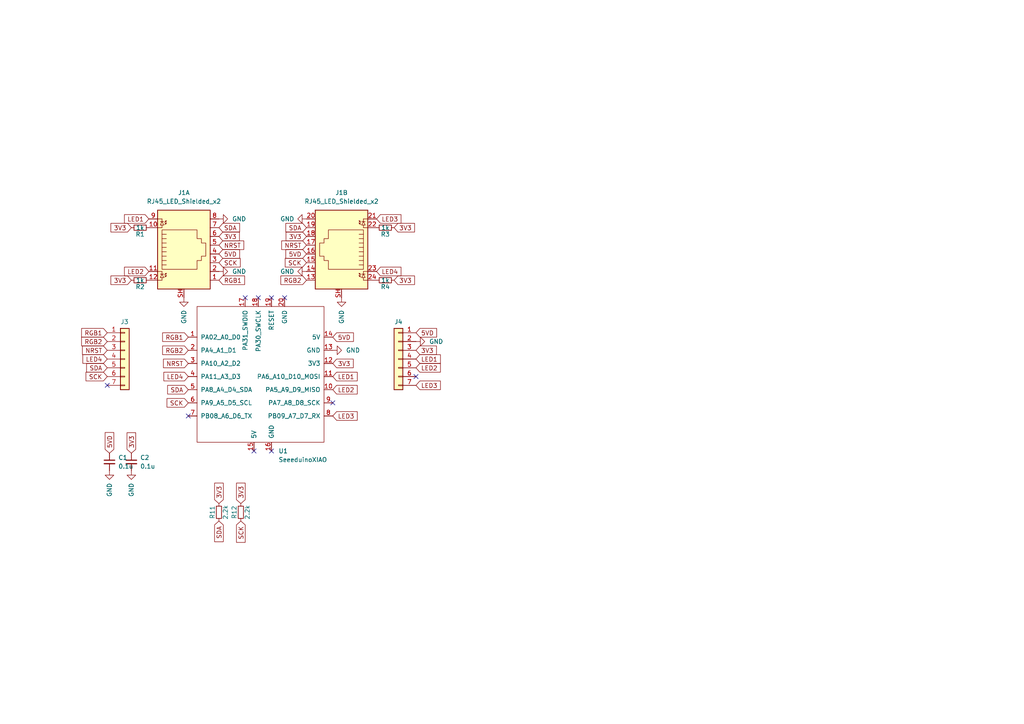
<source format=kicad_sch>
(kicad_sch (version 20211123) (generator eeschema)
  (paper "A4")
  (lib_symbols
    (symbol "Connector:RJ45_LED_Shielded_x2"
      (property "Reference" "J" (at -5.08 13.97 0))
      (property "Value" "RJ45_LED_Shielded_x2" (at 1.27 13.97 0))
      (symbol "RJ45_LED_Shielded_x2_0_1"
        (polyline (pts (xy -7.62 -7.62) (xy -6.35 -7.62)))
        (polyline (pts (xy -7.62 -5.08) (xy -6.35 -5.08)))
        (polyline (pts (xy -7.62 7.62) (xy -6.35 7.62)))
        (polyline (pts (xy -7.62 10.16) (xy -6.35 10.16)))
        (polyline (pts (xy -6.858 -5.842) (xy -5.842 -5.842)))
        (polyline (pts (xy -6.858 9.398) (xy -5.842 9.398)))
        (polyline (pts (xy -6.35 -7.62) (xy -6.35 -6.858)))
        (polyline (pts (xy -6.35 -5.08) (xy -6.35 -5.842)))
        (polyline (pts (xy -6.35 7.62) (xy -6.35 8.382)))
        (polyline (pts (xy -6.35 10.16) (xy -6.35 9.398)))
        (polyline (pts (xy -5.08 -6.223) (xy -5.207 -6.604)))
        (polyline (pts (xy -5.08 -5.588) (xy -5.207 -5.969)))
        (polyline (pts (xy -5.08 4.445) (xy -6.35 4.445)))
        (polyline (pts (xy -5.08 5.715) (xy -6.35 5.715)))
        (polyline (pts (xy -5.08 9.017) (xy -5.207 8.636)))
        (polyline (pts (xy -5.08 9.652) (xy -5.207 9.271)))
        (polyline (pts (xy -6.35 -3.175) (xy -5.08 -3.175) (xy -5.08 -3.175)))
        (polyline (pts (xy -6.35 -1.905) (xy -5.08 -1.905) (xy -5.08 -1.905)))
        (polyline (pts (xy -6.35 -0.635) (xy -5.08 -0.635) (xy -5.08 -0.635)))
        (polyline (pts (xy -6.35 0.635) (xy -5.08 0.635) (xy -5.08 0.635)))
        (polyline (pts (xy -6.35 1.905) (xy -5.08 1.905) (xy -5.08 1.905)))
        (polyline (pts (xy -5.588 -6.731) (xy -5.08 -6.223) (xy -5.461 -6.35)))
        (polyline (pts (xy -5.588 -6.096) (xy -5.08 -5.588) (xy -5.461 -5.715)))
        (polyline (pts (xy -5.588 8.509) (xy -5.08 9.017) (xy -5.461 8.89)))
        (polyline (pts (xy -5.588 9.144) (xy -5.08 9.652) (xy -5.461 9.525)))
        (polyline (pts (xy -5.08 3.175) (xy -6.35 3.175) (xy -6.35 3.175)))
        (polyline (pts (xy -6.35 -5.842) (xy -6.858 -6.858) (xy -5.842 -6.858) (xy -6.35 -5.842)))
        (polyline (pts (xy -6.35 9.398) (xy -6.858 8.382) (xy -5.842 8.382) (xy -6.35 9.398)))
        (polyline (pts (xy -6.35 -4.445) (xy -6.35 6.985) (xy 3.81 6.985) (xy 3.81 4.445) (xy 5.08 4.445) (xy 5.08 3.175) (xy 6.35 3.175) (xy 6.35 -0.635) (xy 5.08 -0.635) (xy 5.08 -1.905) (xy 3.81 -1.905) (xy 3.81 -4.445) (xy -6.35 -4.445) (xy -6.35 -4.445)))
        (rectangle (start 7.62 12.7) (end -7.62 -10.16) (stroke (width 0.254)) (fill (type background)))
      )
      (symbol "RJ45_LED_Shielded_x2_1_1"
        (pin passive line (at 10.16 -7.62 180) (length 2.54) (name "~") (number "1"))
        (pin passive line (at -10.16 7.62 0) (length 2.54) (name "~") (number "10"))
        (pin passive line (at -10.16 -5.08 0) (length 2.54) (name "~") (number "11"))
        (pin passive line (at -10.16 -7.62 0) (length 2.54) (name "~") (number "12"))
        (pin passive line (at 10.16 -5.08 180) (length 2.54) (name "~") (number "2"))
        (pin passive line (at 10.16 -2.54 180) (length 2.54) (name "~") (number "3"))
        (pin passive line (at 10.16 0 180) (length 2.54) (name "~") (number "4"))
        (pin passive line (at 10.16 2.54 180) (length 2.54) (name "~") (number "5"))
        (pin passive line (at 10.16 5.08 180) (length 2.54) (name "~") (number "6"))
        (pin passive line (at 10.16 7.62 180) (length 2.54) (name "~") (number "7"))
        (pin passive line (at 10.16 10.16 180) (length 2.54) (name "~") (number "8"))
        (pin passive line (at -10.16 10.16 0) (length 2.54) (name "~") (number "9"))
        (pin passive line (at 0 -12.7 90) (length 2.54) (name "~") (number "SH"))
      )
      (symbol "RJ45_LED_Shielded_x2_2_1"
        (pin passive line (at 10.16 -7.62 180) (length 2.54) (name "~") (number "13"))
        (pin passive line (at 10.16 -5.08 180) (length 2.54) (name "~") (number "14"))
        (pin passive line (at 10.16 -2.54 180) (length 2.54) (name "~") (number "15"))
        (pin passive line (at 10.16 0 180) (length 2.54) (name "~") (number "16"))
        (pin passive line (at 10.16 2.54 180) (length 2.54) (name "~") (number "17"))
        (pin passive line (at 10.16 5.08 180) (length 2.54) (name "~") (number "18"))
        (pin passive line (at 10.16 7.62 180) (length 2.54) (name "~") (number "19"))
        (pin passive line (at 10.16 10.16 180) (length 2.54) (name "~") (number "20"))
        (pin passive line (at -10.16 10.16 0) (length 2.54) (name "~") (number "21"))
        (pin passive line (at -10.16 7.62 0) (length 2.54) (name "~") (number "22"))
        (pin passive line (at -10.16 -5.08 0) (length 2.54) (name "~") (number "23"))
        (pin passive line (at -10.16 -7.62 0) (length 2.54) (name "~") (number "24"))
        (pin passive line (at 0 -12.7 90) (length 2.54) (name "~") (number "SH"))
      )
    )
    (symbol "Connector_Generic:Conn_01x07" (pin_names (offset 1.016) hide)
      (property "Reference" "J" (at 0 10.16 0))
      (property "Value" "Conn_01x07" (at 0 -10.16 0))
      (symbol "Conn_01x07_1_1"
        (rectangle (start -1.27 -7.493) (end 0 -7.747) (stroke (width 0.1524)))
        (rectangle (start -1.27 -4.953) (end 0 -5.207) (stroke (width 0.1524)))
        (rectangle (start -1.27 -2.413) (end 0 -2.667) (stroke (width 0.1524)))
        (rectangle (start -1.27 0.127) (end 0 -0.127) (stroke (width 0.1524)))
        (rectangle (start -1.27 2.667) (end 0 2.413) (stroke (width 0.1524)))
        (rectangle (start -1.27 5.207) (end 0 4.953) (stroke (width 0.1524)))
        (rectangle (start -1.27 7.747) (end 0 7.493) (stroke (width 0.1524)))
        (rectangle (start -1.27 8.89) (end 1.27 -8.89) (stroke (width 0.254)) (fill (type background)))
        (pin passive line (at -5.08 7.62 0) (length 3.81) (name "Pin_1") (number "1"))
        (pin passive line (at -5.08 5.08 0) (length 3.81) (name "Pin_2") (number "2"))
        (pin passive line (at -5.08 2.54 0) (length 3.81) (name "Pin_3") (number "3"))
        (pin passive line (at -5.08 0 0) (length 3.81) (name "Pin_4") (number "4"))
        (pin passive line (at -5.08 -2.54 0) (length 3.81) (name "Pin_5") (number "5"))
        (pin passive line (at -5.08 -5.08 0) (length 3.81) (name "Pin_6") (number "6"))
        (pin passive line (at -5.08 -7.62 0) (length 3.81) (name "Pin_7") (number "7"))
      )
    )
    (symbol "Device:C_Small" (pin_numbers hide) (pin_names (offset 0.254) hide)
      (property "Reference" "C" (at 0.254 1.778 0))
      (property "Value" "C_Small" (at 0.254 -2.032 0))
      (symbol "C_Small_0_1"
        (polyline (pts (xy -1.524 -0.508) (xy 1.524 -0.508)) (stroke (width 0.3302)))
        (polyline (pts (xy -1.524 0.508) (xy 1.524 0.508)) (stroke (width 0.3048)))
      )
      (symbol "C_Small_1_1"
        (pin passive line (at 0 2.54 270) (length 2.032) (name "~") (number "1"))
        (pin passive line (at 0 -2.54 90) (length 2.032) (name "~") (number "2"))
      )
    )
    (symbol "Device:R_Small" (pin_numbers hide) (pin_names (offset 0.254) hide)
      (property "Reference" "R" (at 0.762 0.508 0))
      (property "Value" "R_Small" (at 0.762 -1.016 0))
      (symbol "R_Small_0_1"
        (rectangle (start -0.762 1.778) (end 0.762 -1.778) (stroke (width 0.2032)))
      )
      (symbol "R_Small_1_1"
        (pin passive line (at 0 2.54 270) (length 0.762) (name "~") (number "1"))
        (pin passive line (at 0 -2.54 90) (length 0.762) (name "~") (number "2"))
      )
    )
    (symbol "Seeeduino XIAO:SeeeduinoXIAO" (pin_names (offset 1.016))
      (property "Reference" "U" (at -19.05 22.86 0))
      (property "Value" "SeeeduinoXIAO" (at -12.7 21.59 0))
      (symbol "SeeeduinoXIAO_0_1"
        (rectangle (start -19.05 20.32) (end 17.78 -19.05))
      )
      (symbol "SeeeduinoXIAO_1_1"
        (pin bidirectional line (at -21.59 11.43 0) (length 2.54) (name "PA02_A0_D0") (number "1"))
        (pin bidirectional line (at 20.32 -3.81 180) (length 2.54) (name "PA5_A9_D9_MISO") (number "10"))
        (pin bidirectional line (at 20.32 0 180) (length 2.54) (name "PA6_A10_D10_MOSI") (number "11"))
        (pin power_out line (at 20.32 3.81 180) (length 2.54) (name "3V3") (number "12"))
        (pin power_out line (at 20.32 7.62 180) (length 2.54) (name "GND") (number "13"))
        (pin power_out line (at 20.32 11.43 180) (length 2.54) (name "5V") (number "14"))
        (pin input line (at -2.54 -21.59 90) (length 2.54) (name "5V") (number "15"))
        (pin input line (at 2.54 -21.59 90) (length 2.54) (name "GND") (number "16"))
        (pin input line (at -5.08 22.86 270) (length 2.54) (name "PA31_SWDIO") (number "17"))
        (pin input line (at -1.27 22.86 270) (length 2.54) (name "PA30_SWCLK") (number "18"))
        (pin input line (at 2.54 22.86 270) (length 2.54) (name "RESET") (number "19"))
        (pin bidirectional line (at -21.59 7.62 0) (length 2.54) (name "PA4_A1_D1") (number "2"))
        (pin input line (at 6.35 22.86 270) (length 2.54) (name "GND") (number "20"))
        (pin bidirectional line (at -21.59 3.81 0) (length 2.54) (name "PA10_A2_D2") (number "3"))
        (pin bidirectional line (at -21.59 0 0) (length 2.54) (name "PA11_A3_D3") (number "4"))
        (pin bidirectional line (at -21.59 -3.81 0) (length 2.54) (name "PA8_A4_D4_SDA") (number "5"))
        (pin bidirectional line (at -21.59 -7.62 0) (length 2.54) (name "PA9_A5_D5_SCL") (number "6"))
        (pin bidirectional line (at -21.59 -11.43 0) (length 2.54) (name "PB08_A6_D6_TX") (number "7"))
        (pin bidirectional line (at 20.32 -11.43 180) (length 2.54) (name "PB09_A7_D7_RX") (number "8"))
        (pin bidirectional line (at 20.32 -7.62 180) (length 2.54) (name "PA7_A8_D8_SCK") (number "9"))
      )
    )
    (symbol "power:GND" (power) (pin_names (offset 0))
      (property "Value" "GND" (at 0 -3.81 0))
      (symbol "GND_0_1"
        (polyline (pts (xy 0 0) (xy 0 -1.27) (xy 1.27 -1.27) (xy 0 -2.54) (xy -1.27 -1.27) (xy 0 -1.27)))
      )
      (symbol "GND_1_1"
        (pin power_in line (at 0 0 270) (length 0) hide (name "GND") (number "1"))
      )
    )
  )
  (no_connect (at 31.115 111.76))
  (no_connect (at 71.12 86.36))
  (no_connect (at 82.55 86.36))
  (no_connect (at 73.66 130.81))
  (no_connect (at 78.74 86.36))
  (no_connect (at 120.65 109.22))
  (no_connect (at 78.74 130.81))
  (no_connect (at 96.52 116.84))
  (no_connect (at 54.61 120.65))
  (no_connect (at 74.93 86.36))
  (global_label "LED3" (shape input) (at 96.52 120.65 0) (property "Intersheet References" "${INTERSHEET_REFS}" (effects hide)))
  (global_label "SCK" (shape input) (at 54.61 116.84 180) (property "Intersheet References" "${INTERSHEET_REFS}" (effects hide)))
  (global_label "5VD" (shape input) (at 31.75 131.445 90) (property "Intersheet References" "${INTERSHEET_REFS}" (effects hide)))
  (global_label "LED2" (shape input) (at 43.18 78.74 180) (property "Intersheet References" "${INTERSHEET_REFS}" (effects hide)))
  (global_label "LED4" (shape input) (at 54.61 109.22 180) (property "Intersheet References" "${INTERSHEET_REFS}" (effects hide)))
  (global_label "NRST" (shape input) (at 88.9 71.12 180) (property "Intersheet References" "${INTERSHEET_REFS}" (effects hide)))
  (global_label "5VD" (shape input) (at 88.9 73.66 180) (property "Intersheet References" "${INTERSHEET_REFS}" (effects hide)))
  (global_label "3V3" (shape input) (at 38.1 66.04 180) (property "Intersheet References" "${INTERSHEET_REFS}" (effects hide)))
  (global_label "NRST" (shape input) (at 31.115 101.6 180) (property "Intersheet References" "${INTERSHEET_REFS}" (effects hide)))
  (global_label "3V3" (shape input) (at 69.85 146.05 90) (property "Intersheet References" "${INTERSHEET_REFS}" (effects hide)))
  (global_label "3V3" (shape input) (at 38.1 131.445 90) (property "Intersheet References" "${INTERSHEET_REFS}" (effects hide)))
  (global_label "SCK" (shape input) (at 31.115 109.22 180) (property "Intersheet References" "${INTERSHEET_REFS}" (effects hide)))
  (global_label "3V3" (shape input) (at 114.3 81.28 0) (property "Intersheet References" "${INTERSHEET_REFS}" (effects hide)))
  (global_label "RGB2" (shape input) (at 88.9 81.28 180) (property "Intersheet References" "${INTERSHEET_REFS}" (effects hide)))
  (global_label "NRST" (shape input) (at 63.5 71.12 0) (property "Intersheet References" "${INTERSHEET_REFS}" (effects hide)))
  (global_label "SCK" (shape input) (at 63.5 76.2 0) (property "Intersheet References" "${INTERSHEET_REFS}" (effects hide)))
  (global_label "3V3" (shape input) (at 63.5 146.05 90) (property "Intersheet References" "${INTERSHEET_REFS}" (effects hide)))
  (global_label "RGB2" (shape input) (at 31.115 99.06 180) (property "Intersheet References" "${INTERSHEET_REFS}" (effects hide)))
  (global_label "LED3" (shape input) (at 120.65 111.76 0) (property "Intersheet References" "${INTERSHEET_REFS}" (effects hide)))
  (global_label "3V3" (shape input) (at 120.65 101.6 0) (property "Intersheet References" "${INTERSHEET_REFS}" (effects hide)))
  (global_label "5VD" (shape input) (at 63.5 73.66 0) (property "Intersheet References" "${INTERSHEET_REFS}" (effects hide)))
  (global_label "3V3" (shape input) (at 63.5 68.58 0) (property "Intersheet References" "${INTERSHEET_REFS}" (effects hide)))
  (global_label "3V3" (shape input) (at 96.52 105.41 0) (property "Intersheet References" "${INTERSHEET_REFS}" (effects hide)))
  (global_label "LED4" (shape input) (at 109.22 78.74 0) (property "Intersheet References" "${INTERSHEET_REFS}" (effects hide)))
  (global_label "3V3" (shape input) (at 114.3 66.04 0) (property "Intersheet References" "${INTERSHEET_REFS}" (effects hide)))
  (global_label "LED1" (shape input) (at 96.52 109.22 0) (property "Intersheet References" "${INTERSHEET_REFS}" (effects hide)))
  (global_label "5VD" (shape input) (at 120.65 96.52 0) (property "Intersheet References" "${INTERSHEET_REFS}" (effects hide)))
  (global_label "RGB2" (shape input) (at 54.61 101.6 180) (property "Intersheet References" "${INTERSHEET_REFS}" (effects hide)))
  (global_label "3V3" (shape input) (at 88.9 68.58 180) (property "Intersheet References" "${INTERSHEET_REFS}" (effects hide)))
  (global_label "SDA" (shape input) (at 88.9 66.04 180) (property "Intersheet References" "${INTERSHEET_REFS}" (effects hide)))
  (global_label "RGB1" (shape input) (at 63.5 81.28 0) (property "Intersheet References" "${INTERSHEET_REFS}" (effects hide)))
  (global_label "RGB1" (shape input) (at 54.61 97.79 180) (property "Intersheet References" "${INTERSHEET_REFS}" (effects hide)))
  (global_label "SDA" (shape input) (at 63.5 66.04 0) (property "Intersheet References" "${INTERSHEET_REFS}" (effects hide)))
  (global_label "SDA" (shape input) (at 63.5 151.13 270) (property "Intersheet References" "${INTERSHEET_REFS}" (effects hide)))
  (global_label "5VD" (shape input) (at 96.52 97.79 0) (property "Intersheet References" "${INTERSHEET_REFS}" (effects hide)))
  (global_label "NRST" (shape input) (at 54.61 105.41 180) (property "Intersheet References" "${INTERSHEET_REFS}" (effects hide)))
  (global_label "SCK" (shape input) (at 69.85 151.13 270) (property "Intersheet References" "${INTERSHEET_REFS}" (effects hide)))
  (global_label "SDA" (shape input) (at 54.61 113.03 180) (property "Intersheet References" "${INTERSHEET_REFS}" (effects hide)))
  (global_label "RGB1" (shape input) (at 31.115 96.52 180) (property "Intersheet References" "${INTERSHEET_REFS}" (effects hide)))
  (global_label "LED3" (shape input) (at 109.22 63.5 0) (property "Intersheet References" "${INTERSHEET_REFS}" (effects hide)))
  (global_label "LED4" (shape input) (at 31.115 104.14 180) (property "Intersheet References" "${INTERSHEET_REFS}" (effects hide)))
  (global_label "LED2" (shape input) (at 96.52 113.03 0) (property "Intersheet References" "${INTERSHEET_REFS}" (effects hide)))
  (global_label "LED2" (shape input) (at 120.65 106.68 0) (property "Intersheet References" "${INTERSHEET_REFS}" (effects hide)))
  (global_label "LED1" (shape input) (at 43.18 63.5 180) (property "Intersheet References" "${INTERSHEET_REFS}" (effects hide)))
  (global_label "LED1" (shape input) (at 120.65 104.14 0) (property "Intersheet References" "${INTERSHEET_REFS}" (effects hide)))
  (global_label "3V3" (shape input) (at 38.1 81.28 180) (property "Intersheet References" "${INTERSHEET_REFS}" (effects hide)))
  (global_label "SCK" (shape input) (at 88.9 76.2 180) (property "Intersheet References" "${INTERSHEET_REFS}" (effects hide)))
  (global_label "SDA" (shape input) (at 31.115 106.68 180) (property "Intersheet References" "${INTERSHEET_REFS}" (effects hide)))
  (symbol (lib_id "power:GND") (at 63.5 63.5 90) (unit 1)
    (property "Reference" "#PWR0108" (effects hide))
    (property "Value" "GND" (at 67.31 63.4999 90) (effects (justify right)))
  )
  (symbol (lib_id "power:GND") (at 31.75 136.525 0) (unit 1)
    (property "Reference" "#PWR0102" (effects hide))
    (property "Value" "GND" (at 31.75 144.145 90) (effects (justify left)))
  )
  (symbol (lib_id "power:GND") (at 88.9 63.5 270) (unit 1)
    (property "Reference" "#PWR0106" (effects hide))
    (property "Value" "GND" (at 81.28 63.5 90) (effects (justify left)))
  )
  (symbol (lib_id "Connector_Generic:Conn_01x07") (at 115.57 104.14 0) (mirror y) (unit 1)
    (property "Reference" "J4" (at 115.57 93.345 0))
    (property "Value" "Conn_01x07" (effects hide))
    (property "Footprint" "00_KeyParts:PinHeader_1x07_P2.54mm_Vertical" (effects hide))
  )
  (symbol (lib_id "power:GND") (at 53.34 86.36 0) (unit 1)
    (property "Reference" "#PWR0111" (effects hide))
    (property "Value" "GND" (at 53.34 93.98 90) (effects (justify left)))
  )
  (symbol (lib_id "Device:R_Small") (at 69.85 148.59 180) (unit 1)
    (property "Reference" "R12" (at 67.945 148.59 90))
    (property "Value" "2.2k" (at 71.755 148.59 90))
    (property "Footprint" "00_KeyParts:R_1608_HandSolder" (effects hide))
  )
  (symbol (lib_id "power:GND") (at 63.5 78.74 90) (unit 1)
    (property "Reference" "#PWR0107" (effects hide))
    (property "Value" "GND" (at 67.31 78.7399 90) (effects (justify right)))
  )
  (symbol (lib_id "Device:R_Small") (at 40.64 81.28 90) (mirror x) (unit 1)
    (property "Reference" "R2" (at 40.64 83.185 90))
    (property "Value" "1k" (at 40.64 81.28 90))
    (property "Footprint" "00_KeyParts:R_1608_HandSolder" (effects hide))
  )
  (symbol (lib_id "Seeeduino XIAO:SeeeduinoXIAO") (at 76.2 109.22 0) (unit 1) (on_board no)
    (property "Reference" "U1" (at 80.7594 130.81 0) (effects (justify left)))
    (property "Value" "SeeeduinoXIAO" (at 80.7594 133.35 0) (effects (justify left)))
    (property "Footprint" "00_KeyParts:Seeeduino XIAO-MOUDLE14P-2.54-21X17.8MM" (effects hide))
  )
  (symbol (lib_id "Device:R_Small") (at 111.76 66.04 270) (unit 1)
    (property "Reference" "R3" (at 111.76 67.945 90))
    (property "Value" "1k" (at 111.76 66.04 90))
    (property "Footprint" "00_KeyParts:R_1608_HandSolder" (effects hide))
  )
  (symbol (lib_id "power:GND") (at 88.9 78.74 270) (unit 1)
    (property "Reference" "#PWR0105" (effects hide))
    (property "Value" "GND" (at 81.28 78.74 90) (effects (justify left)))
  )
  (symbol (lib_id "power:GND") (at 38.1 136.525 0) (unit 1)
    (property "Reference" "#PWR0101" (effects hide))
    (property "Value" "GND" (at 38.1 144.145 90) (effects (justify left)))
  )
  (symbol (lib_id "Device:R_Small") (at 40.64 66.04 90) (mirror x) (unit 1)
    (property "Reference" "R1" (at 40.64 67.945 90))
    (property "Value" "1k" (at 40.64 66.04 90))
    (property "Footprint" "00_KeyParts:R_1608_HandSolder" (effects hide))
  )
  (symbol (lib_id "Connector_Generic:Conn_01x07") (at 36.195 104.14 0) (unit 1)
    (property "Reference" "J3" (at 34.925 93.345 0) (effects (justify left)))
    (property "Value" "Conn_01x07" (effects hide))
    (property "Footprint" "00_KeyParts:PinHeader_1x07_P2.54mm_Vertical" (effects hide))
  )
  (symbol (lib_id "power:GND") (at 96.52 101.6 90) (unit 1)
    (property "Reference" "#PWR0109" (effects hide))
    (property "Value" "GND" (at 100.33 101.5999 90) (effects (justify right)))
  )
  (symbol (lib_id "Device:R_Small") (at 63.5 148.59 180) (unit 1)
    (property "Reference" "R11" (at 61.595 148.59 90))
    (property "Value" "2.2k" (at 65.405 148.59 90))
    (property "Footprint" "00_KeyParts:R_1608_HandSolder" (effects hide))
  )
  (symbol (lib_id "Device:R_Small") (at 111.76 81.28 270) (unit 1)
    (property "Reference" "R4" (at 111.76 83.185 90))
    (property "Value" "1k" (at 111.76 81.28 90))
    (property "Footprint" "00_KeyParts:R_1608_HandSolder" (effects hide))
  )
  (symbol (lib_id "power:GND") (at 120.65 99.06 90) (unit 1)
    (property "Reference" "#PWR0110" (effects hide))
    (property "Value" "GND" (at 124.46 99.0599 90) (effects (justify right)))
  )
  (symbol (lib_id "Connector:RJ45_LED_Shielded_x2") (at 53.34 73.66 0) (unit 1)
    (property "Reference" "J1" (at 53.34 55.88 0))
    (property "Value" "RJ45_LED_Shielded_x2" (at 53.34 58.42 0))
    (property "Footprint" "00_KeyParts:RJ45_Amphenol_RJHSE508X-02" (effects hide))
  )
  (symbol (lib_id "Device:C_Small") (at 31.75 133.985 0) (unit 1)
    (property "Reference" "C1" (at 34.29 132.7212 0) (effects (justify left)))
    (property "Value" "0.1u" (at 34.29 135.2612 0) (effects (justify left)))
    (property "Footprint" "00_KeyParts:C_1608_HandSolder" (effects hide))
  )
  (symbol (lib_id "Connector:RJ45_LED_Shielded_x2") (at 99.06 73.66 0) (mirror y) (unit 2)
    (property "Reference" "J1" (at 99.06 55.88 0))
    (property "Value" "RJ45_LED_Shielded_x2" (at 99.06 58.42 0))
    (property "Footprint" "00_KeyParts:RJ45_Amphenol_RJHSE508X-02" (effects hide))
  )
  (symbol (lib_id "Device:C_Small") (at 38.1 133.985 0) (unit 1)
    (property "Reference" "C2" (at 40.64 132.7212 0) (effects (justify left)))
    (property "Value" "0.1u" (at 40.64 135.2612 0) (effects (justify left)))
    (property "Footprint" "00_KeyParts:C_1608_HandSolder" (effects hide))
  )
  (symbol (lib_id "power:GND") (at 99.06 86.36 0) (unit 1)
    (property "Reference" "#PWR0112" (effects hide))
    (property "Value" "GND" (at 99.06 93.98 90) (effects (justify left)))
  )
)
</source>
